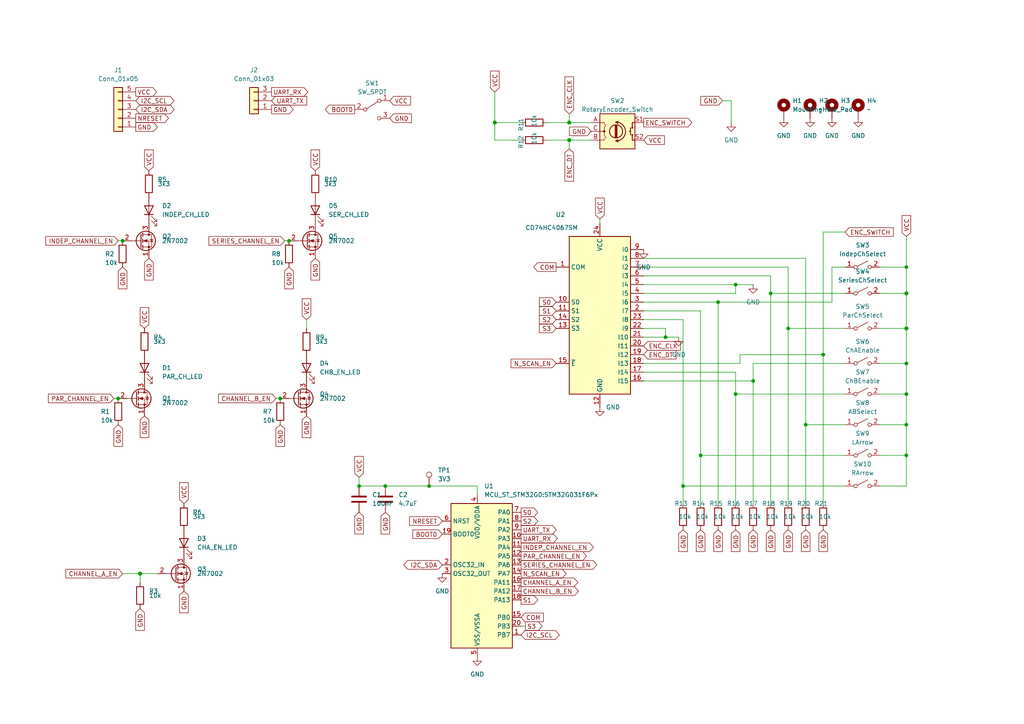
<source format=kicad_sch>
(kicad_sch (version 20211123) (generator eeschema)
  (paper "A4")
  (lib_symbols
    (symbol "74xx:CD74HC4067SM"
      (property "Reference" "U" (at -8.89 22.86 0))
      (property "Value" "CD74HC4067SM" (at 1.27 22.86 0))
      (symbol "CD74HC4067SM_0_1"
        (rectangle (start -8.89 21.59) (end 8.89 -24.13) (stroke (width 0.254)) (fill (type background)))
      )
      (symbol "CD74HC4067SM_1_1"
        (pin passive line (at -12.7 12.7 0) (length 3.81) (name "COM") (number "1"))
        (pin input line (at -12.7 2.54 0) (length 3.81) (name "S0") (number "10"))
        (pin input line (at -12.7 0 0) (length 3.81) (name "S1") (number "11"))
        (pin power_in line (at 0 -27.94 90) (length 3.81) (name "GND") (number "12"))
        (pin input line (at -12.7 -5.08 0) (length 3.81) (name "S3") (number "13"))
        (pin input line (at -12.7 -2.54 0) (length 3.81) (name "S2") (number "14"))
        (pin input line (at -12.7 -15.24 0) (length 3.81) (name "~{E}") (number "15"))
        (pin passive line (at 12.7 -20.32 180) (length 3.81) (name "I15") (number "16"))
        (pin passive line (at 12.7 -17.78 180) (length 3.81) (name "I14") (number "17"))
        (pin passive line (at 12.7 -15.24 180) (length 3.81) (name "I13") (number "18"))
        (pin passive line (at 12.7 -12.7 180) (length 3.81) (name "I12") (number "19"))
        (pin passive line (at 12.7 0 180) (length 3.81) (name "I7") (number "2"))
        (pin passive line (at 12.7 -10.16 180) (length 3.81) (name "I11") (number "20"))
        (pin passive line (at 12.7 -7.62 180) (length 3.81) (name "I10") (number "21"))
        (pin passive line (at 12.7 -5.08 180) (length 3.81) (name "I9") (number "22"))
        (pin passive line (at 12.7 -2.54 180) (length 3.81) (name "I8") (number "23"))
        (pin power_in line (at 0 25.4 270) (length 3.81) (name "VCC") (number "24"))
        (pin passive line (at 12.7 2.54 180) (length 3.81) (name "I6") (number "3"))
        (pin passive line (at 12.7 5.08 180) (length 3.81) (name "I5") (number "4"))
        (pin passive line (at 12.7 7.62 180) (length 3.81) (name "I4") (number "5"))
        (pin passive line (at 12.7 10.16 180) (length 3.81) (name "I3") (number "6"))
        (pin passive line (at 12.7 12.7 180) (length 3.81) (name "I2") (number "7"))
        (pin passive line (at 12.7 15.24 180) (length 3.81) (name "I1") (number "8"))
        (pin passive line (at 12.7 17.78 180) (length 3.81) (name "I0") (number "9"))
      )
    )
    (symbol "C_1" (pin_numbers hide) (pin_names (offset 0.254) hide)
      (property "Reference" "C" (at 0.635 2.54 0))
      (property "Value" "C_1" (at 0.635 -2.54 0))
      (symbol "C_1_0_1"
        (polyline (pts (xy -2.032 -0.762) (xy 2.032 -0.762)) (stroke (width 0.508)))
        (polyline (pts (xy -2.032 0.762) (xy 2.032 0.762)) (stroke (width 0.508)))
      )
      (symbol "C_1_1_1"
        (pin passive line (at 0 3.81 270) (length 2.794) (name "~") (number "1"))
        (pin passive line (at 0 -3.81 90) (length 2.794) (name "~") (number "2"))
      )
    )
    (symbol "Connector:TestPoint" (pin_numbers hide) (pin_names (offset 0.762) hide)
      (property "Reference" "TP" (at 0 6.858 0))
      (property "Value" "TestPoint" (at 0 5.08 0))
      (symbol "TestPoint_0_1"
        (circle (center 0 3.302) (radius 0.762))
      )
      (symbol "TestPoint_1_1"
        (pin passive line (at 0 0 90) (length 2.54) (name "1") (number "1"))
      )
    )
    (symbol "Connector_Generic:Conn_01x03" (pin_names (offset 1.016) hide)
      (property "Reference" "J" (at 0 5.08 0))
      (property "Value" "Conn_01x03" (at 0 -5.08 0))
      (symbol "Conn_01x03_1_1"
        (rectangle (start -1.27 -2.413) (end 0 -2.667) (stroke (width 0.1524)))
        (rectangle (start -1.27 0.127) (end 0 -0.127) (stroke (width 0.1524)))
        (rectangle (start -1.27 2.667) (end 0 2.413) (stroke (width 0.1524)))
        (rectangle (start -1.27 3.81) (end 1.27 -3.81) (stroke (width 0.254)) (fill (type background)))
        (pin passive line (at -5.08 2.54 0) (length 3.81) (name "Pin_1") (number "1"))
        (pin passive line (at -5.08 0 0) (length 3.81) (name "Pin_2") (number "2"))
        (pin passive line (at -5.08 -2.54 0) (length 3.81) (name "Pin_3") (number "3"))
      )
    )
    (symbol "Connector_Generic:Conn_01x05" (pin_names (offset 1.016) hide)
      (property "Reference" "J" (at 0 7.62 0))
      (property "Value" "Conn_01x05" (at 0 -7.62 0))
      (symbol "Conn_01x05_1_1"
        (rectangle (start -1.27 -4.953) (end 0 -5.207) (stroke (width 0.1524)))
        (rectangle (start -1.27 -2.413) (end 0 -2.667) (stroke (width 0.1524)))
        (rectangle (start -1.27 0.127) (end 0 -0.127) (stroke (width 0.1524)))
        (rectangle (start -1.27 2.667) (end 0 2.413) (stroke (width 0.1524)))
        (rectangle (start -1.27 5.207) (end 0 4.953) (stroke (width 0.1524)))
        (rectangle (start -1.27 6.35) (end 1.27 -6.35) (stroke (width 0.254)) (fill (type background)))
        (pin passive line (at -5.08 5.08 0) (length 3.81) (name "Pin_1") (number "1"))
        (pin passive line (at -5.08 2.54 0) (length 3.81) (name "Pin_2") (number "2"))
        (pin passive line (at -5.08 0 0) (length 3.81) (name "Pin_3") (number "3"))
        (pin passive line (at -5.08 -2.54 0) (length 3.81) (name "Pin_4") (number "4"))
        (pin passive line (at -5.08 -5.08 0) (length 3.81) (name "Pin_5") (number "5"))
      )
    )
    (symbol "Device:C" (pin_numbers hide) (pin_names (offset 0.254))
      (property "Reference" "C" (at 0.635 2.54 0))
      (property "Value" "C" (at 0.635 -2.54 0))
      (symbol "C_0_1"
        (polyline (pts (xy -2.032 -0.762) (xy 2.032 -0.762)) (stroke (width 0.508)))
        (polyline (pts (xy -2.032 0.762) (xy 2.032 0.762)) (stroke (width 0.508)))
      )
      (symbol "C_1_1"
        (pin passive line (at 0 3.81 270) (length 2.794) (name "~") (number "1"))
        (pin passive line (at 0 -3.81 90) (length 2.794) (name "~") (number "2"))
      )
    )
    (symbol "Device:LED" (pin_numbers hide) (pin_names (offset 1.016) hide)
      (property "Reference" "D" (at 0 2.54 0))
      (property "Value" "LED" (at 0 -2.54 0))
      (symbol "LED_0_1"
        (polyline (pts (xy -1.27 -1.27) (xy -1.27 1.27)) (stroke (width 0.254)))
        (polyline (pts (xy -1.27 0) (xy 1.27 0)))
        (polyline (pts (xy 1.27 -1.27) (xy 1.27 1.27) (xy -1.27 0) (xy 1.27 -1.27)) (stroke (width 0.254)))
        (polyline (pts (xy -3.048 -0.762) (xy -4.572 -2.286) (xy -3.81 -2.286) (xy -4.572 -2.286) (xy -4.572 -1.524)))
        (polyline (pts (xy -1.778 -0.762) (xy -3.302 -2.286) (xy -2.54 -2.286) (xy -3.302 -2.286) (xy -3.302 -1.524)))
      )
      (symbol "LED_1_1"
        (pin passive line (at -3.81 0 0) (length 2.54) (name "K") (number "1"))
        (pin passive line (at 3.81 0 180) (length 2.54) (name "A") (number "2"))
      )
    )
    (symbol "Device:R" (pin_numbers hide) (pin_names (offset 0))
      (property "Reference" "R" (at 2.032 0 90))
      (property "Value" "R" (at 0 0 90))
      (symbol "R_0_1"
        (rectangle (start -1.016 -2.54) (end 1.016 2.54) (stroke (width 0.254)))
      )
      (symbol "R_1_1"
        (pin passive line (at 0 3.81 270) (length 1.27) (name "~") (number "1"))
        (pin passive line (at 0 -3.81 90) (length 1.27) (name "~") (number "2"))
      )
    )
    (symbol "Device:RotaryEncoder_Switch" (pin_names (offset 0.254) hide)
      (property "Reference" "SW" (at 0 6.604 0))
      (property "Value" "RotaryEncoder_Switch" (at 0 -6.604 0))
      (symbol "RotaryEncoder_Switch_0_1"
        (rectangle (start -5.08 5.08) (end 5.08 -5.08) (stroke (width 0.254)) (fill (type background)))
        (circle (center -3.81 0) (radius 0.254) (fill (type outline)))
        (arc (start -0.381 -2.794) (mid 2.3622 -0.0508) (end -0.381 2.667) (stroke (width 0.254)))
        (circle (center -0.381 0) (radius 1.905) (stroke (width 0.254)))
        (polyline (pts (xy -0.635 -1.778) (xy -0.635 1.778)) (stroke (width 0.254)))
        (polyline (pts (xy -0.381 -1.778) (xy -0.381 1.778)) (stroke (width 0.254)))
        (polyline (pts (xy -0.127 1.778) (xy -0.127 -1.778)) (stroke (width 0.254)))
        (polyline (pts (xy 3.81 0) (xy 3.429 0)) (stroke (width 0.254)))
        (polyline (pts (xy 3.81 1.016) (xy 3.81 -1.016)) (stroke (width 0.254)))
        (polyline (pts (xy -5.08 -2.54) (xy -3.81 -2.54) (xy -3.81 -2.032)))
        (polyline (pts (xy -5.08 2.54) (xy -3.81 2.54) (xy -3.81 2.032)))
        (polyline (pts (xy 0.254 -3.048) (xy -0.508 -2.794) (xy 0.127 -2.413)) (stroke (width 0.254)))
        (polyline (pts (xy 0.254 2.921) (xy -0.508 2.667) (xy 0.127 2.286)) (stroke (width 0.254)))
        (polyline (pts (xy 5.08 -2.54) (xy 4.318 -2.54) (xy 4.318 -1.016)) (stroke (width 0.254)))
        (polyline (pts (xy 5.08 2.54) (xy 4.318 2.54) (xy 4.318 1.016)) (stroke (width 0.254)))
        (polyline (pts (xy -5.08 0) (xy -3.81 0) (xy -3.81 -1.016) (xy -3.302 -2.032)))
        (polyline (pts (xy -4.318 0) (xy -3.81 0) (xy -3.81 1.016) (xy -3.302 2.032)))
        (circle (center 4.318 -1.016) (radius 0.127) (stroke (width 0.254)))
        (circle (center 4.318 1.016) (radius 0.127) (stroke (width 0.254)))
      )
      (symbol "RotaryEncoder_Switch_1_1"
        (pin passive line (at -7.62 2.54 0) (length 2.54) (name "A") (number "A"))
        (pin passive line (at -7.62 -2.54 0) (length 2.54) (name "B") (number "B"))
        (pin passive line (at -7.62 0 0) (length 2.54) (name "C") (number "C"))
        (pin passive line (at 7.62 2.54 180) (length 2.54) (name "S1") (number "S1"))
        (pin passive line (at 7.62 -2.54 180) (length 2.54) (name "S2") (number "S2"))
      )
    )
    (symbol "MCU_custom:MCU_ST_STM32G0{colon}STM32G031F6Px"
      (property "Reference" "U" (at 1.27 -7.62 0))
      (property "Value" "MCU_ST_STM32G0{colon}STM32G031F6Px" (at -19.05 19.05 0))
      (symbol "MCU_ST_STM32G0{colon}STM32G031F6Px_0_1"
        (rectangle (start -5.08 16.51) (end 12.7 -25.4) (stroke (width 0.254)) (fill (type background)))
      )
      (symbol "MCU_ST_STM32G0{colon}STM32G031F6Px_1_1"
        (pin bidirectional line (at 15.24 -21.59 180) (length 2.54) (name "PB7") (number "1"))
        (pin bidirectional line (at 15.24 6.35 180) (length 2.54) (name "PA3") (number "10"))
        (pin bidirectional line (at 15.24 3.81 180) (length 2.54) (name "PA4") (number "11"))
        (pin bidirectional line (at 15.24 1.27 180) (length 2.54) (name "PA5") (number "12"))
        (pin bidirectional line (at 15.24 -1.27 180) (length 2.54) (name "PA6") (number "13"))
        (pin bidirectional line (at 15.24 -3.81 180) (length 2.54) (name "PA7") (number "14"))
        (pin bidirectional line (at 15.24 -16.51 180) (length 2.54) (name "PB0") (number "15"))
        (pin bidirectional line (at 15.24 -6.35 180) (length 2.54) (name "PA11") (number "16"))
        (pin bidirectional line (at 15.24 -8.89 180) (length 2.54) (name "PA12") (number "17"))
        (pin bidirectional line (at 15.24 -11.43 180) (length 2.54) (name "PA13") (number "18"))
        (pin bidirectional line (at -7.62 7.62 0) (length 2.54) (name "BOOT0") (number "19"))
        (pin bidirectional line (at -7.62 -1.27 0) (length 2.54) (name "OSC32_IN") (number "2"))
        (pin bidirectional line (at 15.24 -19.05 180) (length 2.54) (name "PB3") (number "20"))
        (pin bidirectional line (at -7.62 -3.81 0) (length 2.54) (name "OSC32_OUT") (number "3"))
        (pin power_in line (at 2.54 19.05 270) (length 2.54) (name "VDD/VDDA") (number "4"))
        (pin power_in line (at 2.54 -27.94 90) (length 2.54) (name "VSS/VSSA") (number "5"))
        (pin bidirectional line (at -7.62 11.43 0) (length 2.54) (name "NRST") (number "6"))
        (pin bidirectional line (at 15.24 13.97 180) (length 2.54) (name "PA0") (number "7"))
        (pin bidirectional line (at 15.24 11.43 180) (length 2.54) (name "PA1") (number "8"))
        (pin bidirectional line (at 15.24 8.89 180) (length 2.54) (name "PA2") (number "9"))
      )
    )
    (symbol "Mechanical:MountingHole_Pad" (pin_numbers hide) (pin_names (offset 1.016) hide)
      (property "Reference" "H" (at 0 6.35 0))
      (property "Value" "MountingHole_Pad" (at 0 4.445 0))
      (symbol "MountingHole_Pad_0_1"
        (circle (center 0 1.27) (radius 1.27) (stroke (width 1.27)))
      )
      (symbol "MountingHole_Pad_1_1"
        (pin input line (at 0 -2.54 90) (length 2.54) (name "1") (number "1"))
      )
    )
    (symbol "Switch:SW_SPDT" (pin_names (offset 0) hide)
      (property "Reference" "SW" (at 0 4.318 0))
      (property "Value" "SW_SPDT" (at 0 -5.08 0))
      (symbol "SW_SPDT_0_0"
        (circle (center -2.032 0) (radius 0.508))
        (circle (center 2.032 -2.54) (radius 0.508))
      )
      (symbol "SW_SPDT_0_1"
        (polyline (pts (xy -1.524 0.254) (xy 1.651 2.286)))
        (circle (center 2.032 2.54) (radius 0.508))
      )
      (symbol "SW_SPDT_1_1"
        (pin passive line (at 5.08 2.54 180) (length 2.54) (name "A") (number "1"))
        (pin passive line (at -5.08 0 0) (length 2.54) (name "B") (number "2"))
        (pin passive line (at 5.08 -2.54 180) (length 2.54) (name "C") (number "3"))
      )
    )
    (symbol "Switch:SW_SPST" (pin_names (offset 0) hide)
      (property "Reference" "SW" (at 0 3.175 0))
      (property "Value" "SW_SPST" (at 0 -2.54 0))
      (symbol "SW_SPST_0_0"
        (circle (center -2.032 0) (radius 0.508))
        (polyline (pts (xy -1.524 0.254) (xy 1.524 1.778)))
        (circle (center 2.032 0) (radius 0.508))
      )
      (symbol "SW_SPST_1_1"
        (pin passive line (at -5.08 0 0) (length 2.54) (name "A") (number "1"))
        (pin passive line (at 5.08 0 180) (length 2.54) (name "B") (number "2"))
      )
    )
    (symbol "Transistor_FET:2N7000" (pin_names hide)
      (property "Reference" "Q" (at 5.08 1.905 0))
      (property "Value" "2N7000" (at 5.08 0 0))
      (symbol "2N7000_0_1"
        (polyline (pts (xy 0.254 0) (xy -2.54 0)))
        (polyline (pts (xy 0.254 1.905) (xy 0.254 -1.905)) (stroke (width 0.254)))
        (polyline (pts (xy 0.762 -1.27) (xy 0.762 -2.286)) (stroke (width 0.254)))
        (polyline (pts (xy 0.762 0.508) (xy 0.762 -0.508)) (stroke (width 0.254)))
        (polyline (pts (xy 0.762 2.286) (xy 0.762 1.27)) (stroke (width 0.254)))
        (polyline (pts (xy 2.54 2.54) (xy 2.54 1.778)))
        (polyline (pts (xy 2.54 -2.54) (xy 2.54 0) (xy 0.762 0)))
        (polyline (pts (xy 0.762 -1.778) (xy 3.302 -1.778) (xy 3.302 1.778) (xy 0.762 1.778)))
        (polyline (pts (xy 1.016 0) (xy 2.032 0.381) (xy 2.032 -0.381) (xy 1.016 0)) (fill (type outline)))
        (polyline (pts (xy 2.794 0.508) (xy 2.921 0.381) (xy 3.683 0.381) (xy 3.81 0.254)))
        (polyline (pts (xy 3.302 0.381) (xy 2.921 -0.254) (xy 3.683 -0.254) (xy 3.302 0.381)))
        (circle (center 1.651 0) (radius 2.794) (stroke (width 0.254)))
        (circle (center 2.54 -1.778) (radius 0.254) (fill (type outline)))
        (circle (center 2.54 1.778) (radius 0.254) (fill (type outline)))
      )
      (symbol "2N7000_1_1"
        (pin passive line (at 2.54 -5.08 90) (length 2.54) (name "S") (number "1"))
        (pin input line (at -5.08 0 0) (length 2.54) (name "G") (number "2"))
        (pin passive line (at 2.54 5.08 270) (length 2.54) (name "D") (number "3"))
      )
    )
    (symbol "power:GND" (power) (pin_names (offset 0))
      (property "Value" "GND" (at 0 -3.81 0))
      (symbol "GND_0_1"
        (polyline (pts (xy 0 0) (xy 0 -1.27) (xy 1.27 -1.27) (xy 0 -2.54) (xy -1.27 -1.27) (xy 0 -1.27)))
      )
      (symbol "GND_1_1"
        (pin power_in line (at 0 0 270) (length 0) hide (name "GND") (number "1"))
      )
    )
  )
  (junction (at 165.1 35.56) (diameter 1.016))
  (junction (at 238.76 102.87))
  (junction (at 193.04 97.79))
  (junction (at 262.89 85.09) (diameter 1.016))
  (junction (at 262.89 114.3))
  (junction (at 124.46 140.97))
  (junction (at 262.89 132.08))
  (junction (at 218.44 110.49))
  (junction (at 213.36 82.55))
  (junction (at 208.28 87.63))
  (junction (at 262.89 123.19))
  (junction (at 111.76 140.97))
  (junction (at 213.36 114.3))
  (junction (at 40.64 166.37) (diameter 1.016))
  (junction (at 223.52 85.09))
  (junction (at 104.14 140.97))
  (junction (at 262.89 105.41))
  (junction (at 203.2 132.08))
  (junction (at 198.12 140.97))
  (junction (at 165.1 40.64) (diameter 1.016))
  (junction (at 233.68 123.19))
  (junction (at 228.6 95.25))
  (junction (at 143.51 35.56) (diameter 1.016))
  (junction (at 35.56 69.85))
  (junction (at 262.89 77.47))
  (junction (at 81.28 115.57))
  (junction (at 262.89 95.25) (diameter 1.016))
  (junction (at 83.82 69.85))
  (junction (at 34.29 115.57))
  (wire (pts (xy 262.89 85.09) (xy 262.89 77.47)))
  (wire (pts (xy 213.36 114.3) (xy 213.36 146.05)))
  (wire (pts (xy 262.89 114.3) (xy 262.89 105.41)))
  (wire (pts (xy 255.27 95.25) (xy 262.89 95.25)))
  (wire (pts (xy 209.55 29.21) (xy 212.09 29.21)))
  (wire (pts (xy 262.89 68.58) (xy 262.89 77.47)))
  (wire (pts (xy 165.1 40.64) (xy 165.1 43.18)))
  (wire (pts (xy 255.27 85.09) (xy 262.89 85.09)))
  (wire (pts (xy 186.69 74.93) (xy 233.68 74.93)))
  (wire (pts (xy 241.3 77.47) (xy 241.3 87.63)))
  (wire (pts (xy 228.6 77.47) (xy 228.6 95.25)))
  (wire (pts (xy 173.99 63.5) (xy 173.99 64.77)))
  (wire (pts (xy 165.1 33.02) (xy 165.1 35.56)))
  (wire (pts (xy 193.04 95.25) (xy 193.04 97.79)))
  (wire (pts (xy 158.75 40.64) (xy 165.1 40.64)))
  (wire (pts (xy 165.1 40.64) (xy 171.45 40.64)))
  (wire (pts (xy 262.89 123.19) (xy 262.89 114.3)))
  (wire (pts (xy 218.44 105.41) (xy 245.11 105.41)))
  (wire (pts (xy 213.36 107.95) (xy 213.36 114.3)))
  (wire (pts (xy 82.55 69.85) (xy 83.82 69.85)))
  (wire (pts (xy 198.12 92.71) (xy 198.12 140.97)))
  (wire (pts (xy 255.27 132.08) (xy 262.89 132.08)))
  (wire (pts (xy 255.27 140.97) (xy 262.89 140.97)))
  (wire (pts (xy 186.69 107.95) (xy 213.36 107.95)))
  (wire (pts (xy 35.56 166.37) (xy 40.64 166.37)))
  (wire (pts (xy 111.76 140.97) (xy 124.46 140.97)))
  (wire (pts (xy 198.12 140.97) (xy 245.11 140.97)))
  (wire (pts (xy 238.76 102.87) (xy 238.76 146.05)))
  (wire (pts (xy 40.64 166.37) (xy 45.72 166.37)))
  (wire (pts (xy 203.2 132.08) (xy 245.11 132.08)))
  (wire (pts (xy 238.76 67.31) (xy 245.11 67.31)))
  (wire (pts (xy 213.36 85.09) (xy 213.36 82.55)))
  (wire (pts (xy 213.36 114.3) (xy 245.11 114.3)))
  (wire (pts (xy 186.69 90.17) (xy 203.2 90.17)))
  (wire (pts (xy 198.12 140.97) (xy 198.12 146.05)))
  (wire (pts (xy 262.89 105.41) (xy 262.89 95.25)))
  (wire (pts (xy 138.43 143.51) (xy 138.43 140.97)))
  (wire (pts (xy 186.69 87.63) (xy 208.28 87.63)))
  (wire (pts (xy 218.44 105.41) (xy 218.44 110.49)))
  (wire (pts (xy 233.68 123.19) (xy 245.11 123.19)))
  (wire (pts (xy 233.68 123.19) (xy 233.68 146.05)))
  (wire (pts (xy 104.14 138.43) (xy 104.14 140.97)))
  (wire (pts (xy 186.69 77.47) (xy 228.6 77.47)))
  (wire (pts (xy 186.69 92.71) (xy 198.12 92.71)))
  (wire (pts (xy 34.29 69.85) (xy 35.56 69.85)))
  (wire (pts (xy 186.69 97.79) (xy 193.04 97.79)))
  (wire (pts (xy 203.2 90.17) (xy 203.2 132.08)))
  (wire (pts (xy 124.46 140.97) (xy 138.43 140.97)))
  (wire (pts (xy 186.69 82.55) (xy 213.36 82.55)))
  (wire (pts (xy 186.69 105.41) (xy 214.63 105.41)))
  (wire (pts (xy 151.13 181.61) (xy 152.4 181.61)))
  (wire (pts (xy 143.51 40.64) (xy 151.13 40.64)))
  (wire (pts (xy 233.68 74.93) (xy 233.68 123.19)))
  (wire (pts (xy 158.75 35.56) (xy 165.1 35.56)))
  (wire (pts (xy 165.1 35.56) (xy 171.45 35.56)))
  (wire (pts (xy 33.02 115.57) (xy 34.29 115.57)))
  (wire (pts (xy 262.89 132.08) (xy 262.89 123.19)))
  (wire (pts (xy 186.69 80.01) (xy 223.52 80.01)))
  (wire (pts (xy 218.44 110.49) (xy 218.44 146.05)))
  (wire (pts (xy 245.11 95.25) (xy 228.6 95.25)))
  (wire (pts (xy 88.9 92.71) (xy 88.9 95.25)))
  (wire (pts (xy 213.36 82.55) (xy 218.44 82.55)))
  (wire (pts (xy 80.01 115.57) (xy 81.28 115.57)))
  (wire (pts (xy 255.27 114.3) (xy 262.89 114.3)))
  (wire (pts (xy 262.89 95.25) (xy 262.89 85.09)))
  (wire (pts (xy 223.52 85.09) (xy 245.11 85.09)))
  (wire (pts (xy 212.09 29.21) (xy 212.09 35.56)))
  (wire (pts (xy 228.6 95.25) (xy 228.6 146.05)))
  (wire (pts (xy 104.14 140.97) (xy 111.76 140.97)))
  (wire (pts (xy 255.27 105.41) (xy 262.89 105.41)))
  (wire (pts (xy 186.69 85.09) (xy 213.36 85.09)))
  (wire (pts (xy 255.27 77.47) (xy 262.89 77.47)))
  (wire (pts (xy 208.28 87.63) (xy 208.28 146.05)))
  (wire (pts (xy 203.2 132.08) (xy 203.2 146.05)))
  (wire (pts (xy 193.04 97.79) (xy 196.85 97.79)))
  (wire (pts (xy 186.69 95.25) (xy 193.04 95.25)))
  (wire (pts (xy 262.89 140.97) (xy 262.89 132.08)))
  (wire (pts (xy 186.69 110.49) (xy 218.44 110.49)))
  (wire (pts (xy 143.51 26.67) (xy 143.51 35.56)))
  (wire (pts (xy 143.51 35.56) (xy 143.51 40.64)))
  (wire (pts (xy 151.13 35.56) (xy 143.51 35.56)))
  (wire (pts (xy 241.3 87.63) (xy 208.28 87.63)))
  (wire (pts (xy 245.11 77.47) (xy 241.3 77.47)))
  (wire (pts (xy 223.52 80.01) (xy 223.52 85.09)))
  (wire (pts (xy 223.52 85.09) (xy 223.52 146.05)))
  (wire (pts (xy 40.64 166.37) (xy 40.64 168.91)))
  (wire (pts (xy 238.76 67.31) (xy 238.76 102.87)))
  (wire (pts (xy 214.63 105.41) (xy 214.63 102.87)))
  (wire (pts (xy 255.27 123.19) (xy 262.89 123.19)))
  (wire (pts (xy 214.63 102.87) (xy 238.76 102.87)))
  (global_label "PAR_CHANNEL_EN" (shape input) (at 33.02 115.57 180) (property "Intersheet References" "${INTERSHEET_REFS}" (effects hide)))
  (global_label "S3" (shape output) (at 152.4 181.61 0) (property "Intersheet References" "${INTERSHEET_REFS}" (effects hide)))
  (global_label "VCC" (shape input) (at 88.9 92.71 90) (property "Intersheet References" "${INTERSHEET_REFS}" (effects hide)))
  (global_label "GND" (shape input) (at 233.68 153.67 270) (property "Intersheet References" "${INTERSHEET_REFS}" (effects hide)))
  (global_label "BOOT0" (shape output) (at 102.87 31.75 180) (property "Intersheet References" "${INTERSHEET_REFS}" (effects hide)))
  (global_label "VCC" (shape input) (at 53.34 146.05 90) (property "Intersheet References" "${INTERSHEET_REFS}" (effects hide)))
  (global_label "GND" (shape input) (at 208.28 153.67 270) (property "Intersheet References" "${INTERSHEET_REFS}" (effects hide)))
  (global_label "VCC" (shape input) (at 173.99 63.5 90) (property "Intersheet References" "${INTERSHEET_REFS}" (effects hide)))
  (global_label "S1" (shape output) (at 151.13 173.99 0) (property "Intersheet References" "${INTERSHEET_REFS}" (effects hide)))
  (global_label "SERIES_CHANNEL_EN" (shape output) (at 151.13 163.83 0) (property "Intersheet References" "${INTERSHEET_REFS}" (effects hide)))
  (global_label "GND" (shape input) (at 91.44 74.93 270) (property "Intersheet References" "${INTERSHEET_REFS}" (effects hide)))
  (global_label "S2" (shape input) (at 161.29 92.71 180) (property "Intersheet References" "${INTERSHEET_REFS}" (effects hide)))
  (global_label "GND" (shape input) (at 53.34 171.45 270) (property "Intersheet References" "${INTERSHEET_REFS}" (effects hide)))
  (global_label "I2C_SCL" (shape bidirectional) (at 39.37 29.21 0) (property "Intersheet References" "${INTERSHEET_REFS}" (effects hide)))
  (global_label "SERIES_CHANNEL_EN" (shape input) (at 82.55 69.85 180) (property "Intersheet References" "${INTERSHEET_REFS}" (effects hide)))
  (global_label "GND" (shape input) (at 198.12 153.67 270) (property "Intersheet References" "${INTERSHEET_REFS}" (effects hide)))
  (global_label "GND" (shape input) (at 83.82 77.47 270) (property "Intersheet References" "${INTERSHEET_REFS}" (effects hide)))
  (global_label "GND" (shape input) (at 111.76 148.59 270) (property "Intersheet References" "${INTERSHEET_REFS}" (effects hide)))
  (global_label "GND" (shape input) (at 113.03 34.29 0) (property "Intersheet References" "${INTERSHEET_REFS}" (effects hide)))
  (global_label "GND" (shape input) (at 171.45 38.1 180) (property "Intersheet References" "${INTERSHEET_REFS}" (effects hide)))
  (global_label "CHANNEL_A_EN" (shape output) (at 151.13 168.91 0) (property "Intersheet References" "${INTERSHEET_REFS}" (effects hide)))
  (global_label "VCC" (shape input) (at 41.91 95.25 90) (property "Intersheet References" "${INTERSHEET_REFS}" (effects hide)))
  (global_label "S1" (shape input) (at 161.29 90.17 180) (property "Intersheet References" "${INTERSHEET_REFS}" (effects hide)))
  (global_label "GND" (shape input) (at 40.64 176.53 270) (property "Intersheet References" "${INTERSHEET_REFS}" (effects hide)))
  (global_label "GND" (shape input) (at 43.18 74.93 270) (property "Intersheet References" "${INTERSHEET_REFS}" (effects hide)))
  (global_label "UART_RX" (shape output) (at 78.74 26.67 0) (property "Intersheet References" "${INTERSHEET_REFS}" (effects hide)))
  (global_label "GND" (shape input) (at 88.9 120.65 270) (property "Intersheet References" "${INTERSHEET_REFS}" (effects hide)))
  (global_label "GND" (shape input) (at 213.36 153.67 270) (property "Intersheet References" "${INTERSHEET_REFS}" (effects hide)))
  (global_label "S0" (shape input) (at 161.29 87.63 180) (property "Intersheet References" "${INTERSHEET_REFS}" (effects hide)))
  (global_label "VCC" (shape output) (at 39.37 26.67 0) (property "Intersheet References" "${INTERSHEET_REFS}" (effects hide)))
  (global_label "VCC" (shape input) (at 262.89 68.58 90) (property "Intersheet References" "${INTERSHEET_REFS}" (effects hide)))
  (global_label "I2C_SDA" (shape bidirectional) (at 39.37 31.75 0) (property "Intersheet References" "${INTERSHEET_REFS}" (effects hide)))
  (global_label "GND" (shape input) (at 218.44 153.67 270) (property "Intersheet References" "${INTERSHEET_REFS}" (effects hide)))
  (global_label "GND" (shape output) (at 78.74 31.75 0) (property "Intersheet References" "${INTERSHEET_REFS}" (effects hide)))
  (global_label "COM" (shape output) (at 161.29 77.47 180) (property "Intersheet References" "${INTERSHEET_REFS}" (effects hide)))
  (global_label "VCC" (shape input) (at 113.03 29.21 0) (property "Intersheet References" "${INTERSHEET_REFS}" (effects hide)))
  (global_label "GND" (shape input) (at 228.6 153.67 270) (property "Intersheet References" "${INTERSHEET_REFS}" (effects hide)))
  (global_label "GND" (shape input) (at 81.28 123.19 270) (property "Intersheet References" "${INTERSHEET_REFS}" (effects hide)))
  (global_label "VCC" (shape input) (at 186.69 40.64 0) (property "Intersheet References" "${INTERSHEET_REFS}" (effects hide)))
  (global_label "ENC_CLK" (shape input) (at 165.1 33.02 90) (property "Intersheet References" "${INTERSHEET_REFS}" (effects hide)))
  (global_label "VCC" (shape input) (at 43.18 49.53 90) (property "Intersheet References" "${INTERSHEET_REFS}" (effects hide)))
  (global_label "ENC_CLK" (shape input) (at 186.69 100.33 0) (property "Intersheet References" "${INTERSHEET_REFS}" (effects hide)))
  (global_label "INDEP_CHANNEL_EN" (shape output) (at 151.13 158.75 0) (property "Intersheet References" "${INTERSHEET_REFS}" (effects hide)))
  (global_label "GND" (shape input) (at 41.91 120.65 270) (property "Intersheet References" "${INTERSHEET_REFS}" (effects hide)))
  (global_label "VCC" (shape input) (at 104.14 138.43 90) (property "Intersheet References" "${INTERSHEET_REFS}" (effects hide)))
  (global_label "GND" (shape input) (at 209.55 29.21 180) (property "Intersheet References" "${INTERSHEET_REFS}" (effects hide)))
  (global_label "VCC" (shape input) (at 143.51 26.67 90) (property "Intersheet References" "${INTERSHEET_REFS}" (effects hide)))
  (global_label "UART_TX" (shape output) (at 151.13 153.67 0) (property "Intersheet References" "${INTERSHEET_REFS}" (effects hide)))
  (global_label "GND" (shape input) (at 104.14 148.59 270) (property "Intersheet References" "${INTERSHEET_REFS}" (effects hide)))
  (global_label "PAR_CHANNEL_EN" (shape output) (at 151.13 161.29 0) (property "Intersheet References" "${INTERSHEET_REFS}" (effects hide)))
  (global_label "NRESET" (shape input) (at 128.27 151.13 180) (property "Intersheet References" "${INTERSHEET_REFS}" (effects hide)))
  (global_label "N_SCAN_EN" (shape input) (at 161.29 105.41 180) (property "Intersheet References" "${INTERSHEET_REFS}" (effects hide)))
  (global_label "S2" (shape output) (at 151.13 151.13 0) (property "Intersheet References" "${INTERSHEET_REFS}" (effects hide)))
  (global_label "S0" (shape output) (at 151.13 148.59 0) (property "Intersheet References" "${INTERSHEET_REFS}" (effects hide)))
  (global_label "I2C_SCL" (shape bidirectional) (at 151.13 184.15 0) (property "Intersheet References" "${INTERSHEET_REFS}" (effects hide)))
  (global_label "CHANNEL_A_EN" (shape input) (at 35.56 166.37 180) (property "Intersheet References" "${INTERSHEET_REFS}" (effects hide)))
  (global_label "GND" (shape input) (at 223.52 153.67 270) (property "Intersheet References" "${INTERSHEET_REFS}" (effects hide)))
  (global_label "I2C_SDA" (shape bidirectional) (at 128.27 163.83 180) (property "Intersheet References" "${INTERSHEET_REFS}" (effects hide)))
  (global_label "GND" (shape input) (at 203.2 153.67 270) (property "Intersheet References" "${INTERSHEET_REFS}" (effects hide)))
  (global_label "NRESET" (shape output) (at 39.37 34.29 0) (property "Intersheet References" "${INTERSHEET_REFS}" (effects hide)))
  (global_label "UART_TX" (shape input) (at 78.74 29.21 0) (property "Intersheet References" "${INTERSHEET_REFS}" (effects hide)))
  (global_label "ENC_SWITCH" (shape output) (at 186.69 35.56 0) (property "Intersheet References" "${INTERSHEET_REFS}" (effects hide)))
  (global_label "GND" (shape output) (at 39.37 36.83 0) (property "Intersheet References" "${INTERSHEET_REFS}" (effects hide)))
  (global_label "ENC_DT" (shape input) (at 186.69 102.87 0) (property "Intersheet References" "${INTERSHEET_REFS}" (effects hide)))
  (global_label "INDEP_CHANNEL_EN" (shape input) (at 34.29 69.85 180) (property "Intersheet References" "${INTERSHEET_REFS}" (effects hide)))
  (global_label "ENC_SWITCH" (shape input) (at 245.11 67.31 0) (property "Intersheet References" "${INTERSHEET_REFS}" (effects hide)))
  (global_label "COM" (shape input) (at 151.13 179.07 0) (property "Intersheet References" "${INTERSHEET_REFS}" (effects hide)))
  (global_label "ENC_DT" (shape input) (at 165.1 43.18 270) (property "Intersheet References" "${INTERSHEET_REFS}" (effects hide)))
  (global_label "GND" (shape input) (at 238.76 153.67 270) (property "Intersheet References" "${INTERSHEET_REFS}" (effects hide)))
  (global_label "GND" (shape input) (at 35.56 77.47 270) (property "Intersheet References" "${INTERSHEET_REFS}" (effects hide)))
  (global_label "GND" (shape input) (at 34.29 123.19 270) (property "Intersheet References" "${INTERSHEET_REFS}" (effects hide)))
  (global_label "VCC" (shape input) (at 91.44 49.53 90) (property "Intersheet References" "${INTERSHEET_REFS}" (effects hide)))
  (global_label "S3" (shape input) (at 161.29 95.25 180) (property "Intersheet References" "${INTERSHEET_REFS}" (effects hide)))
  (global_label "CHANNEL_B_EN" (shape input) (at 80.01 115.57 180) (property "Intersheet References" "${INTERSHEET_REFS}" (effects hide)))
  (global_label "BOOT0" (shape input) (at 128.27 154.94 180) (property "Intersheet References" "${INTERSHEET_REFS}" (effects hide)))
  (global_label "CHANNEL_B_EN" (shape output) (at 151.13 171.45 0) (property "Intersheet References" "${INTERSHEET_REFS}" (effects hide)))
  (global_label "UART_RX" (shape output) (at 151.13 156.21 0) (property "Intersheet References" "${INTERSHEET_REFS}" (effects hide)))
  (global_label "N_SCAN_EN" (shape output) (at 151.13 166.37 0) (property "Intersheet References" "${INTERSHEET_REFS}" (effects hide)))
  (symbol (lib_id "Device:C") (at 111.76 144.78 0) (unit 1)
    (property "Reference" "C2" (at 115.57 143.5099 0) (effects (justify left)))
    (property "Value" "4.7uF" (at 115.57 146.0499 0) (effects (justify left)))
    (property "Footprint" "Capacitor_SMD:C_0603_1608Metric_Pad1.08x0.95mm_HandSolder" (effects hide))
    (property "JLC" "0603" (effects hide))
  )
  (symbol (lib_id "Switch:SW_SPDT") (at 107.95 31.75 0) (unit 1)
    (property "Reference" "SW1" (at 107.95 24.13 0))
    (property "Value" "SW_SPDT" (at 107.95 26.67 0))
    (property "Footprint" "Footprints:Switch_SPDT_P2.54mm" (effects hide))
  )
  (symbol (lib_id "Mechanical:MountingHole_Pad") (at 234.95 31.75 0) (unit 1)
    (property "Reference" "H2" (at 237.49 29.2099 0) (effects (justify left)))
    (property "Value" "~" (at 237.49 31.7499 0) (effects (justify left)))
    (property "Footprint" "MountingHole:MountingHole_3.2mm_M3_Pad_Via" (effects hide))
  )
  (symbol (lib_id "Device:R") (at 81.28 119.38 0) (unit 1)
    (property "Reference" "R7" (at 76.2 119.38 0) (effects (justify left)))
    (property "Value" "10k" (at 76.2 121.92 0) (effects (justify left)))
    (property "Footprint" "Resistor_SMD:R_0805_2012Metric_Pad1.20x1.40mm_HandSolder" (effects hide))
  )
  (symbol (lib_id "power:GND") (at 186.69 72.39 0) (unit 1)
    (property "Reference" "#PWR04" (effects hide))
    (property "Value" "~" (at 186.69 77.47 0))
  )
  (symbol (lib_id "Switch:SW_SPST") (at 250.19 114.3 0) (unit 1)
    (property "Reference" "SW7" (at 250.19 107.95 0))
    (property "Value" "ChBEnable" (at 250.19 110.49 0))
    (property "Footprint" "Button_Switch_THT:SW_PUSH_6mm" (effects hide))
  )
  (symbol (lib_id "power:GND") (at 128.27 166.37 0) (unit 1)
    (property "Reference" "#PWR01" (effects hide))
    (property "Value" "~" (at 128.27 171.45 0))
  )
  (symbol (lib_id "power:GND") (at 218.44 82.55 0) (unit 1)
    (property "Reference" "#PWR07" (effects hide))
    (property "Value" "~" (at 218.44 87.63 0))
  )
  (symbol (lib_id "Device:R") (at 83.82 73.66 0) (unit 1)
    (property "Reference" "R8" (at 78.74 73.66 0) (effects (justify left)))
    (property "Value" "10k" (at 78.74 76.2 0) (effects (justify left)))
    (property "Footprint" "Resistor_SMD:R_0805_2012Metric_Pad1.20x1.40mm_HandSolder" (effects hide))
  )
  (symbol (lib_id "power:GND") (at 212.09 35.56 0) (unit 1)
    (property "Reference" "#PWR06" (effects hide))
    (property "Value" "~" (at 212.09 40.64 0))
  )
  (symbol (lib_id "Mechanical:MountingHole_Pad") (at 241.3 31.75 0) (unit 1)
    (property "Reference" "H3" (at 243.84 29.2099 0) (effects (justify left)))
    (property "Value" "~" (at 243.84 31.7499 0) (effects (justify left)))
    (property "Footprint" "MountingHole:MountingHole_3.2mm_M3_Pad_Via" (effects hide))
  )
  (symbol (lib_id "Switch:SW_SPST") (at 250.19 85.09 0) (unit 1)
    (property "Reference" "SW4" (at 250.19 78.74 0))
    (property "Value" "SeriesChSelect" (at 250.19 81.28 0))
    (property "Footprint" "Button_Switch_THT:SW_PUSH_6mm" (effects hide))
  )
  (symbol (lib_id "Mechanical:MountingHole_Pad") (at 227.33 31.75 0) (unit 1)
    (property "Reference" "H1" (at 229.87 29.2099 0) (effects (justify left)))
    (property "Value" "MountingHole_Pad" (at 229.87 31.7499 0) (effects (justify left)))
    (property "Footprint" "MountingHole:MountingHole_3.2mm_M3_Pad_Via" (effects hide))
  )
  (symbol (lib_id "power:GND") (at 234.95 34.29 0) (unit 1)
    (property "Reference" "#PWR09" (effects hide))
    (property "Value" "~" (at 234.95 39.37 0))
  )
  (symbol (lib_id "Transistor_FET:2N7000") (at 50.8 166.37 0) (unit 1)
    (property "Reference" "Q3" (at 57.15 165.1 0) (effects (justify left)))
    (property "Value" "2N7002" (at 57.15 166.37 0) (effects (justify left)))
    (property "Footprint" "Package_TO_SOT_SMD:SOT-23" (effects hide))
    (property "Datasheet" "https://www.onsemi.com/pub/Collateral/NDS7002A-D.PDF" (effects hide))
  )
  (symbol (lib_id "Transistor_FET:2N7000") (at 40.64 69.85 0) (unit 1)
    (property "Reference" "Q2" (at 46.99 68.58 0) (effects (justify left)))
    (property "Value" "2N7002" (at 46.99 69.85 0) (effects (justify left)))
    (property "Footprint" "Package_TO_SOT_SMD:SOT-23" (effects hide))
    (property "Datasheet" "https://www.onsemi.com/pub/Collateral/NDS7002A-D.PDF" (effects hide))
  )
  (symbol (lib_id "Device:R") (at 40.64 172.72 0) (unit 1)
    (property "Reference" "R3" (at 43.18 171.45 0) (effects (justify left)))
    (property "Value" "10k" (at 43.18 172.72 0) (effects (justify left)))
    (property "Footprint" "Resistor_SMD:R_0805_2012Metric_Pad1.20x1.40mm_HandSolder" (effects hide))
  )
  (symbol (lib_id "Device:R") (at 238.76 149.86 0) (unit 1)
    (property "Reference" "R21" (at 236.22 146.05 0) (effects (justify left)))
    (property "Value" "10k" (at 237.49 149.86 0) (effects (justify left)))
    (property "Footprint" "Resistor_SMD:R_0805_2012Metric_Pad1.20x1.40mm_HandSolder" (effects hide))
  )
  (symbol (lib_id "Switch:SW_SPST") (at 250.19 77.47 0) (unit 1)
    (property "Reference" "SW3" (at 250.19 71.12 0))
    (property "Value" "IndepChSelect" (at 250.19 73.66 0))
    (property "Footprint" "Button_Switch_THT:SW_PUSH_6mm" (effects hide))
  )
  (symbol (lib_id "Switch:SW_SPST") (at 250.19 132.08 0) (unit 1)
    (property "Reference" "SW9" (at 250.19 125.73 0))
    (property "Value" "LArrow" (at 250.19 128.27 0))
    (property "Footprint" "Button_Switch_THT:SW_PUSH_6mm" (effects hide))
  )
  (symbol (lib_id "Switch:SW_SPST") (at 250.19 95.25 0) (unit 1)
    (property "Reference" "SW5" (at 250.19 88.9 0))
    (property "Value" "ParChSelect" (at 250.19 91.44 0))
    (property "Footprint" "Button_Switch_THT:SW_PUSH_6mm" (effects hide))
  )
  (symbol (lib_id "Device:R") (at 223.52 149.86 0) (unit 1)
    (property "Reference" "R18" (at 220.98 146.05 0) (effects (justify left)))
    (property "Value" "10k" (at 222.25 149.86 0) (effects (justify left)))
    (property "Footprint" "Resistor_SMD:R_0805_2012Metric_Pad1.20x1.40mm_HandSolder" (effects hide))
  )
  (symbol (lib_id "Device:R") (at 91.44 53.34 0) (unit 1)
    (property "Reference" "R10" (at 93.98 52.07 0) (effects (justify left)))
    (property "Value" "3k3" (at 93.98 53.34 0) (effects (justify left)))
    (property "Footprint" "Resistor_SMD:R_0805_2012Metric_Pad1.20x1.40mm_HandSolder" (effects hide))
  )
  (symbol (lib_id "Device:R") (at 228.6 149.86 0) (unit 1)
    (property "Reference" "R19" (at 226.06 146.05 0) (effects (justify left)))
    (property "Value" "10k" (at 227.33 149.86 0) (effects (justify left)))
    (property "Footprint" "Resistor_SMD:R_0805_2012Metric_Pad1.20x1.40mm_HandSolder" (effects hide))
  )
  (symbol (lib_id "Device:R") (at 198.12 149.86 0) (unit 1)
    (property "Reference" "R13" (at 195.58 146.05 0) (effects (justify left)))
    (property "Value" "10k" (at 196.85 149.86 0) (effects (justify left)))
    (property "Footprint" "Resistor_SMD:R_0805_2012Metric_Pad1.20x1.40mm_HandSolder" (effects hide))
  )
  (symbol (lib_id "power:GND") (at 241.3 34.29 0) (unit 1)
    (property "Reference" "#PWR010" (effects hide))
    (property "Value" "~" (at 241.3 39.37 0))
  )
  (symbol (lib_id "Device:R") (at 208.28 149.86 0) (unit 1)
    (property "Reference" "R15" (at 205.74 146.05 0) (effects (justify left)))
    (property "Value" "10k" (at 207.01 149.86 0) (effects (justify left)))
    (property "Footprint" "Resistor_SMD:R_0805_2012Metric_Pad1.20x1.40mm_HandSolder" (effects hide))
  )
  (symbol (lib_id "Device:R") (at 41.91 99.06 0) (unit 1)
    (property "Reference" "R4" (at 44.45 97.79 0) (effects (justify left)))
    (property "Value" "3k3" (at 44.45 99.06 0) (effects (justify left)))
    (property "Footprint" "Resistor_SMD:R_0805_2012Metric_Pad1.20x1.40mm_HandSolder" (effects hide))
  )
  (symbol (lib_id "Connector_Generic:Conn_01x03") (at 73.66 29.21 180) (unit 1)
    (property "Reference" "J2" (at 73.66 20.32 0))
    (property "Value" "Conn_01x03" (at 73.66 22.86 0))
    (property "Footprint" "Connector_PinHeader_2.54mm:PinHeader_1x03_P2.54mm_Vertical" (effects hide))
  )
  (symbol (lib_id "Device:LED") (at 43.18 60.96 90) (unit 1)
    (property "Reference" "D2" (at 46.99 59.69 90) (effects (justify right)))
    (property "Value" "INDEP_CH_LED" (at 46.99 62.23 90) (effects (justify right)))
    (property "Footprint" "LED_SMD:LED_0805_2012Metric_Pad1.15x1.40mm_HandSolder" (effects hide))
  )
  (symbol (lib_id "Transistor_FET:2N7000") (at 86.36 115.57 0) (unit 1)
    (property "Reference" "Q4" (at 92.71 114.3 0) (effects (justify left)))
    (property "Value" "2N7002" (at 92.71 115.57 0) (effects (justify left)))
    (property "Footprint" "Package_TO_SOT_SMD:SOT-23" (effects hide))
    (property "Datasheet" "https://www.onsemi.com/pub/Collateral/NDS7002A-D.PDF" (effects hide))
  )
  (symbol (lib_id "power:GND") (at 227.33 34.29 0) (unit 1)
    (property "Reference" "#PWR08" (effects hide))
    (property "Value" "~" (at 227.33 39.37 0))
  )
  (symbol (lib_id "Transistor_FET:2N7000") (at 39.37 115.57 0) (unit 1)
    (property "Reference" "Q1" (at 46.99 115.57 0) (effects (justify left)))
    (property "Value" "2N7002" (at 46.99 116.84 0) (effects (justify left)))
    (property "Footprint" "Package_TO_SOT_SMD:SOT-23" (effects hide))
    (property "Datasheet" "https://www.onsemi.com/pub/Collateral/NDS7002A-D.PDF" (effects hide))
  )
  (symbol (lib_id "Device:R") (at 154.94 40.64 90) (unit 1)
    (property "Reference" "R12" (at 151.13 43.18 0) (effects (justify left)))
    (property "Value" "10k" (at 154.94 41.91 0) (effects (justify left)))
    (property "Footprint" "Resistor_SMD:R_0805_2012Metric_Pad1.20x1.40mm_HandSolder" (effects hide))
  )
  (symbol (lib_id "Device:R") (at 34.29 119.38 0) (unit 1)
    (property "Reference" "R1" (at 29.21 119.38 0) (effects (justify left)))
    (property "Value" "10k" (at 29.21 121.92 0) (effects (justify left)))
    (property "Footprint" "Resistor_SMD:R_0805_2012Metric_Pad1.20x1.40mm_HandSolder" (effects hide))
  )
  (symbol (lib_id "Connector:TestPoint") (at 124.46 140.97 0) (unit 1)
    (property "Reference" "TP1" (at 127 136.3979 0) (effects (justify left)))
    (property "Value" "3V3" (at 127 138.9379 0) (effects (justify left)))
    (property "Footprint" "TestPoint:TestPoint_THTPad_D2.0mm_Drill1.0mm" (effects hide))
  )
  (symbol (lib_id "power:GND") (at 248.92 34.29 0) (unit 1)
    (property "Reference" "#PWR011" (effects hide))
    (property "Value" "~" (at 248.92 39.37 0))
  )
  (symbol (lib_id "Connector_Generic:Conn_01x05") (at 34.29 31.75 180) (unit 1)
    (property "Reference" "J1" (at 34.29 20.32 0))
    (property "Value" "Conn_01x05" (at 34.29 22.86 0))
    (property "Footprint" "Connector_Molex:Molex_KK-254_AE-6410-05A_1x05_P2.54mm_Vertical" (effects hide))
  )
  (symbol (lib_id "Device:R") (at 35.56 73.66 0) (unit 1)
    (property "Reference" "R2" (at 30.48 73.66 0) (effects (justify left)))
    (property "Value" "10k" (at 30.48 76.2 0) (effects (justify left)))
    (property "Footprint" "Resistor_SMD:R_0805_2012Metric_Pad1.20x1.40mm_HandSolder" (effects hide))
  )
  (symbol (lib_id "Device:LED") (at 41.91 106.68 90) (unit 1)
    (property "Reference" "D1" (at 46.99 106.68 90) (effects (justify right)))
    (property "Value" "PAR_CH_LED" (at 46.99 109.22 90) (effects (justify right)))
    (property "Footprint" "LED_SMD:LED_0805_2012Metric_Pad1.15x1.40mm_HandSolder" (effects hide))
  )
  (symbol (lib_id "Device:R") (at 43.18 53.34 0) (unit 1)
    (property "Reference" "R5" (at 45.72 52.07 0) (effects (justify left)))
    (property "Value" "3k3" (at 45.72 53.34 0) (effects (justify left)))
    (property "Footprint" "Resistor_SMD:R_0805_2012Metric_Pad1.20x1.40mm_HandSolder" (effects hide))
  )
  (symbol (lib_id "74xx:CD74HC4067SM") (at 173.99 90.17 0) (unit 1)
    (property "Reference" "U2" (at 162.56 62.23 0))
    (property "Value" "CD74HC4067SM" (at 160.02 66.04 0))
    (property "Footprint" "Package_SO:SSOP-24_5.3x8.2mm_P0.65mm" (effects hide))
    (property "Datasheet" "http://www.ti.com/lit/ds/symlink/cd74hc4067.pdf" (effects hide))
  )
  (symbol (lib_name "C_1") (lib_id "Device:C") (at 104.14 144.78 0) (unit 1)
    (property "Reference" "C1" (at 107.95 143.5099 0) (effects (justify left)))
    (property "Value" "100nF" (at 107.95 146.0499 0) (effects (justify left)))
    (property "Footprint" "Capacitor_SMD:C_0805_2012Metric_Pad1.18x1.45mm_HandSolder" (effects hide))
    (property "JLC" "0805" (effects hide))
  )
  (symbol (lib_id "Switch:SW_SPST") (at 250.19 105.41 0) (unit 1)
    (property "Reference" "SW6" (at 250.19 99.06 0))
    (property "Value" "ChAEnable" (at 250.19 101.6 0))
    (property "Footprint" "Button_Switch_THT:SW_PUSH_6mm" (effects hide))
  )
  (symbol (lib_id "Device:R") (at 53.34 149.86 0) (unit 1)
    (property "Reference" "R6" (at 55.88 148.59 0) (effects (justify left)))
    (property "Value" "3k3" (at 55.88 149.86 0) (effects (justify left)))
    (property "Footprint" "Resistor_SMD:R_0805_2012Metric_Pad1.20x1.40mm_HandSolder" (effects hide))
  )
  (symbol (lib_id "MCU_custom:MCU_ST_STM32G0{colon}STM32G031F6Px") (at 135.89 162.56 0) (unit 1)
    (property "Reference" "U1" (at 140.4494 140.97 0) (effects (justify left)))
    (property "Value" "MCU_ST_STM32G0:STM32G031F6Px" (at 140.4494 143.51 0) (effects (justify left)))
    (property "Footprint" "Package_SO:TSSOP-20_4.4x6.5mm_P0.65mm" (effects hide))
  )
  (symbol (lib_id "Device:R") (at 154.94 35.56 90) (unit 1)
    (property "Reference" "R11" (at 151.13 38.1 0) (effects (justify left)))
    (property "Value" "10k" (at 154.94 36.83 0) (effects (justify left)))
    (property "Footprint" "Resistor_SMD:R_0805_2012Metric_Pad1.20x1.40mm_HandSolder" (effects hide))
  )
  (symbol (lib_id "Switch:SW_SPST") (at 250.19 140.97 0) (unit 1)
    (property "Reference" "SW10" (at 250.19 134.62 0))
    (property "Value" "RArrow" (at 250.19 137.16 0))
    (property "Footprint" "Button_Switch_THT:SW_PUSH_6mm" (effects hide))
  )
  (symbol (lib_id "Device:RotaryEncoder_Switch") (at 179.07 38.1 0) (unit 1)
    (property "Reference" "SW2" (at 179.07 29.21 0))
    (property "Value" "RotaryEncoder_Switch" (at 179.07 31.75 0))
    (property "Footprint" "Rotary_Encoder:RotaryEncoder_Alps_EC11E-Switch_Vertical_H20mm" (effects hide))
  )
  (symbol (lib_id "power:GND") (at 173.99 118.11 0) (unit 1)
    (property "Reference" "#PWR03" (effects hide))
    (property "Value" "GND" (at 177.8 118.11 0))
  )
  (symbol (lib_id "Device:R") (at 233.68 149.86 0) (unit 1)
    (property "Reference" "R20" (at 231.14 146.05 0) (effects (justify left)))
    (property "Value" "10k" (at 232.41 149.86 0) (effects (justify left)))
    (property "Footprint" "Resistor_SMD:R_0805_2012Metric_Pad1.20x1.40mm_HandSolder" (effects hide))
  )
  (symbol (lib_id "Transistor_FET:2N7000") (at 88.9 69.85 0) (unit 1)
    (property "Reference" "Q5" (at 95.25 68.58 0) (effects (justify left)))
    (property "Value" "2N7002" (at 95.25 69.85 0) (effects (justify left)))
    (property "Footprint" "Package_TO_SOT_SMD:SOT-23" (effects hide))
    (property "Datasheet" "https://www.onsemi.com/pub/Collateral/NDS7002A-D.PDF" (effects hide))
  )
  (symbol (lib_id "power:GND") (at 138.43 190.5 0) (unit 1)
    (property "Reference" "#PWR02" (effects hide))
    (property "Value" "~" (at 138.43 195.58 0))
  )
  (symbol (lib_id "Mechanical:MountingHole_Pad") (at 248.92 31.75 0) (unit 1)
    (property "Reference" "H4" (at 251.46 29.2099 0) (effects (justify left)))
    (property "Value" "~" (at 251.46 31.7499 0) (effects (justify left)))
    (property "Footprint" "MountingHole:MountingHole_3.2mm_M3_Pad_Via" (effects hide))
  )
  (symbol (lib_id "Device:R") (at 203.2 149.86 0) (unit 1)
    (property "Reference" "R14" (at 200.66 146.05 0) (effects (justify left)))
    (property "Value" "10k" (at 201.93 149.86 0) (effects (justify left)))
    (property "Footprint" "Resistor_SMD:R_0805_2012Metric_Pad1.20x1.40mm_HandSolder" (effects hide))
  )
  (symbol (lib_id "Device:R") (at 88.9 99.06 0) (unit 1)
    (property "Reference" "R9" (at 91.44 97.79 0) (effects (justify left)))
    (property "Value" "3k3" (at 91.44 99.06 0) (effects (justify left)))
    (property "Footprint" "Resistor_SMD:R_0805_2012Metric_Pad1.20x1.40mm_HandSolder" (effects hide))
  )
  (symbol (lib_id "power:GND") (at 196.85 97.79 0) (unit 1)
    (property "Reference" "#PWR05" (effects hide))
    (property "Value" "~" (at 196.85 102.87 0))
  )
  (symbol (lib_id "Device:LED") (at 88.9 106.68 90) (unit 1)
    (property "Reference" "D4" (at 92.71 105.41 90) (effects (justify right)))
    (property "Value" "CHB_EN_LED" (at 92.71 107.95 90) (effects (justify right)))
    (property "Footprint" "LED_SMD:LED_0805_2012Metric_Pad1.15x1.40mm_HandSolder" (effects hide))
  )
  (symbol (lib_id "Device:LED") (at 53.34 157.48 90) (unit 1)
    (property "Reference" "D3" (at 57.15 156.21 90) (effects (justify right)))
    (property "Value" "CHA_EN_LED" (at 57.15 158.75 90) (effects (justify right)))
    (property "Footprint" "LED_SMD:LED_0805_2012Metric_Pad1.15x1.40mm_HandSolder" (effects hide))
  )
  (symbol (lib_id "Device:LED") (at 91.44 60.96 90) (unit 1)
    (property "Reference" "D5" (at 95.25 59.69 90) (effects (justify right)))
    (property "Value" "SER_CH_LED" (at 95.25 62.23 90) (effects (justify right)))
    (property "Footprint" "LED_SMD:LED_0805_2012Metric_Pad1.15x1.40mm_HandSolder" (effects hide))
  )
  (symbol (lib_id "Device:R") (at 218.44 149.86 0) (unit 1)
    (property "Reference" "R17" (at 215.9 146.05 0) (effects (justify left)))
    (property "Value" "10k" (at 217.17 149.86 0) (effects (justify left)))
    (property "Footprint" "Resistor_SMD:R_0805_2012Metric_Pad1.20x1.40mm_HandSolder" (effects hide))
  )
  (symbol (lib_id "Device:R") (at 213.36 149.86 0) (unit 1)
    (property "Reference" "R16" (at 210.82 146.05 0) (effects (justify left)))
    (property "Value" "10k" (at 212.09 149.86 0) (effects (justify left)))
    (property "Footprint" "Resistor_SMD:R_0805_2012Metric_Pad1.20x1.40mm_HandSolder" (effects hide))
  )
  (symbol (lib_id "Switch:SW_SPST") (at 250.19 123.19 0) (unit 1)
    (property "Reference" "SW8" (at 250.19 116.84 0))
    (property "Value" "ABSelect" (at 250.19 119.38 0))
    (property "Footprint" "Button_Switch_THT:SW_PUSH_6mm" (effects hide))
  )
)
</source>
